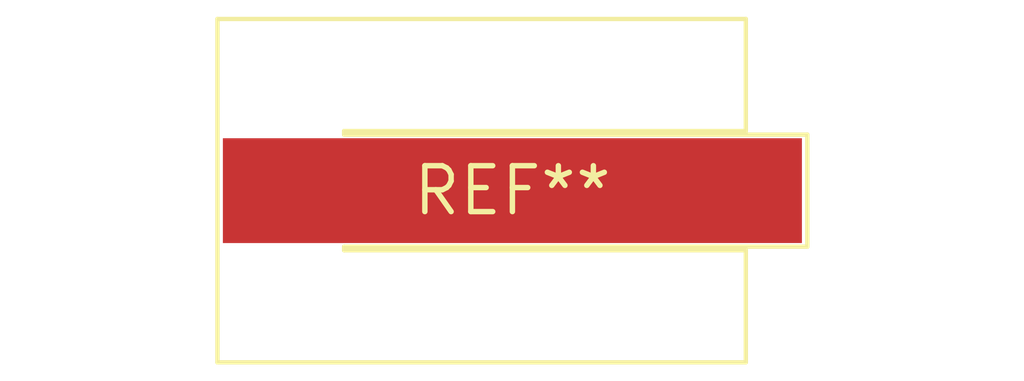
<source format=kicad_pcb>
(kicad_pcb (version 20240108) (generator pcbnew)
  (layers (0 "F.Cu" signal) (31 "B.Cu" signal) (34 "B.Paste" user) (35 "F.Paste" user) (36 "B.SilkS" user "B.Silkscreen") (37 "F.SilkS" user "F.Silkscreen") (38 "B.Mask" user) (39 "F.Mask" user) (44 "Edge.Cuts" user))
  (net 0 "")
  (footprint "BatteryHolder_Keystone_2993" (layer "F.Cu") (at 0 0)
    (property "Reference" "REF**")
    (property "Value" "BatteryHolder_Keystone_2993")
    (fp_line (start -8.15 -4.75) (end -8.15 4.75) (layer "F.SilkS") (stroke (width 0.12)))
    (fp_line (start -8.15 -4.75) (end 6.45 -4.75) (layer "F.SilkS") (stroke (width 0.12)))
    (fp_line (start -8.15 4.75) (end 6.45 4.75) (layer "F.SilkS") (stroke (width 0.12)))
    (fp_line (start -4.65 -1.65) (end -4.65 -1.55) (layer "F.SilkS") (stroke (width 0.12)))
    (fp_line (start -4.65 -1.55) (end 8.15 -1.55) (layer "F.SilkS") (stroke (width 0.12)))
    (fp_line (start -4.65 1.55) (end 8.15 1.55) (layer "F.SilkS") (stroke (width 0.12)))
    (fp_line (start -4.65 1.65) (end -4.65 1.55) (layer "F.SilkS") (stroke (width 0.12)))
    (fp_line (start 6.45 -4.75) (end 6.45 -1.65) (layer "F.SilkS") (stroke (width 0.12)))
    (fp_line (start 6.45 -1.65) (end -4.65 -1.65) (layer "F.SilkS") (stroke (width 0.12)))
    (fp_line (start 6.45 1.65) (end -4.65 1.65) (layer "F.SilkS") (stroke (width 0.12)))
    (fp_line (start 6.45 4.75) (end 6.45 1.65) (layer "F.SilkS") (stroke (width 0.12)))
    (fp_line (start 8.15 -1.55) (end 8.15 1.55) (layer "F.SilkS") (stroke (width 0.12)))
    (pad "1" smd rect (at 0 0) (size 16 2.9) (layers "F.Cu" "F.Paste" "F.Mask"))
  )
)
</source>
